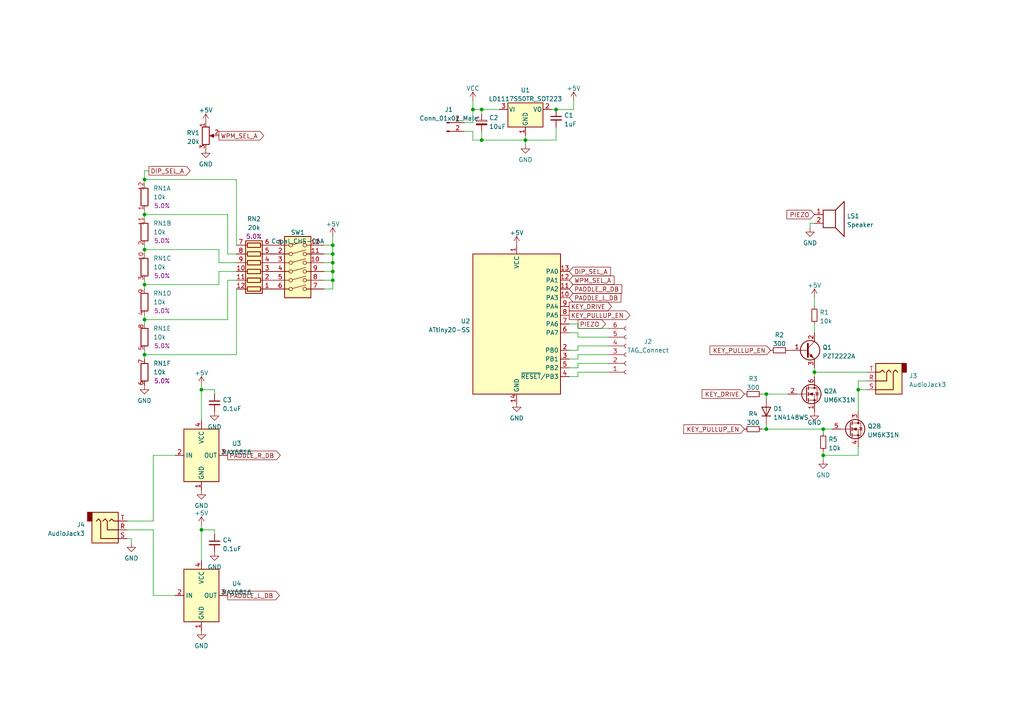
<source format=kicad_sch>
(kicad_sch (version 20211123) (generator eeschema)
  (paper "A4")
  (lib_symbols
    (symbol "Connector:AudioJack3"
      (property "Reference" "J" (at 0 8.89 0))
      (property "Value" "AudioJack3" (at 0 6.35 0))
      (symbol "AudioJack3_0_1"
        (rectangle (start -5.08 -5.08) (end -6.35 -2.54) (stroke (width 0.254)) (fill (type outline)))
        (polyline (pts (xy 0 -2.54) (xy 0.635 -3.175) (xy 1.27 -2.54) (xy 2.54 -2.54)) (stroke (width 0.254)))
        (polyline (pts (xy -1.905 -2.54) (xy -1.27 -3.175) (xy -0.635 -2.54) (xy -0.635 0) (xy 2.54 0)) (stroke (width 0.254)))
        (polyline (pts (xy 2.54 2.54) (xy -2.54 2.54) (xy -2.54 -2.54) (xy -3.175 -3.175) (xy -3.81 -2.54)) (stroke (width 0.254)))
        (rectangle (start 2.54 3.81) (end -5.08 -5.08) (stroke (width 0.254)) (fill (type background)))
      )
      (symbol "AudioJack3_1_1"
        (pin passive line (at 5.08 0 180) (length 2.54) (name "~") (number "R"))
        (pin passive line (at 5.08 2.54 180) (length 2.54) (name "~") (number "S"))
        (pin passive line (at 5.08 -2.54 180) (length 2.54) (name "~") (number "T"))
      )
    )
    (symbol "Connector:Conn_01x02_Male" (pin_names (offset 1.016) hide)
      (property "Reference" "J" (at 0 2.54 0))
      (property "Value" "Conn_01x02_Male" (at 0 -5.08 0))
      (symbol "Conn_01x02_Male_1_1"
        (polyline (pts (xy 1.27 -2.54) (xy 0.8636 -2.54)) (stroke (width 0.1524)))
        (polyline (pts (xy 1.27 0) (xy 0.8636 0)) (stroke (width 0.1524)))
        (rectangle (start 0.8636 -2.413) (end 0 -2.667) (stroke (width 0.1524)) (fill (type outline)))
        (rectangle (start 0.8636 0.127) (end 0 -0.127) (stroke (width 0.1524)) (fill (type outline)))
        (pin passive line (at 5.08 0 180) (length 3.81) (name "Pin_1") (number "1"))
        (pin passive line (at 5.08 -2.54 180) (length 3.81) (name "Pin_2") (number "2"))
      )
    )
    (symbol "Connector:Conn_01x06_Female" (pin_names (offset 1.016) hide)
      (property "Reference" "J" (at 0 7.62 0))
      (property "Value" "Conn_01x06_Female" (at 0 -10.16 0))
      (symbol "Conn_01x06_Female_1_1"
        (arc (start 0 -7.112) (mid -0.508 -7.62) (end 0 -8.128) (stroke (width 0.1524)))
        (arc (start 0 -4.572) (mid -0.508 -5.08) (end 0 -5.588) (stroke (width 0.1524)))
        (arc (start 0 -2.032) (mid -0.508 -2.54) (end 0 -3.048) (stroke (width 0.1524)))
        (polyline (pts (xy -1.27 -7.62) (xy -0.508 -7.62)) (stroke (width 0.1524)))
        (polyline (pts (xy -1.27 -5.08) (xy -0.508 -5.08)) (stroke (width 0.1524)))
        (polyline (pts (xy -1.27 -2.54) (xy -0.508 -2.54)) (stroke (width 0.1524)))
        (polyline (pts (xy -1.27 0) (xy -0.508 0)) (stroke (width 0.1524)))
        (polyline (pts (xy -1.27 2.54) (xy -0.508 2.54)) (stroke (width 0.1524)))
        (polyline (pts (xy -1.27 5.08) (xy -0.508 5.08)) (stroke (width 0.1524)))
        (arc (start 0 0.508) (mid -0.508 0) (end 0 -0.508) (stroke (width 0.1524)))
        (arc (start 0 3.048) (mid -0.508 2.54) (end 0 2.032) (stroke (width 0.1524)))
        (arc (start 0 5.588) (mid -0.508 5.08) (end 0 4.572) (stroke (width 0.1524)))
        (pin passive line (at -5.08 5.08 0) (length 3.81) (name "Pin_1") (number "1"))
        (pin passive line (at -5.08 2.54 0) (length 3.81) (name "Pin_2") (number "2"))
        (pin passive line (at -5.08 0 0) (length 3.81) (name "Pin_3") (number "3"))
        (pin passive line (at -5.08 -2.54 0) (length 3.81) (name "Pin_4") (number "4"))
        (pin passive line (at -5.08 -5.08 0) (length 3.81) (name "Pin_5") (number "5"))
        (pin passive line (at -5.08 -7.62 0) (length 3.81) (name "Pin_6") (number "6"))
      )
    )
    (symbol "Device:C_Polarized_Small" (pin_numbers hide) (pin_names (offset 0.254) hide)
      (property "Reference" "C" (at 0.254 1.778 0))
      (property "Value" "C_Polarized_Small" (at 0.254 -2.032 0))
      (symbol "C_Polarized_Small_0_1"
        (rectangle (start -1.524 -0.3048) (end 1.524 -0.6858) (fill (type outline)))
        (rectangle (start -1.524 0.6858) (end 1.524 0.3048))
        (polyline (pts (xy -1.27 1.524) (xy -0.762 1.524)))
        (polyline (pts (xy -1.016 1.27) (xy -1.016 1.778)))
      )
      (symbol "C_Polarized_Small_1_1"
        (pin passive line (at 0 2.54 270) (length 1.8542) (name "~") (number "1"))
        (pin passive line (at 0 -2.54 90) (length 1.8542) (name "~") (number "2"))
      )
    )
    (symbol "Device:C_Small" (pin_numbers hide) (pin_names (offset 0.254) hide)
      (property "Reference" "C" (at 0.254 1.778 0))
      (property "Value" "C_Small" (at 0.254 -2.032 0))
      (symbol "C_Small_0_1"
        (polyline (pts (xy -1.524 -0.508) (xy 1.524 -0.508)) (stroke (width 0.3302)))
        (polyline (pts (xy -1.524 0.508) (xy 1.524 0.508)) (stroke (width 0.3048)))
      )
      (symbol "C_Small_1_1"
        (pin passive line (at 0 2.54 270) (length 2.032) (name "~") (number "1"))
        (pin passive line (at 0 -2.54 90) (length 2.032) (name "~") (number "2"))
      )
    )
    (symbol "Device:Q_Dual_NMOS_G1S2G2D2S1D1" (pin_names (offset 0) hide)
      (property "Reference" "Q?" (at 5.207 0.8347 0))
      (property "Value" "Q_Dual_NMOS_G1S2G2D2S1D1" (at 5.207 -1.7022 0))
      (symbol "Q_Dual_NMOS_G1S2G2D2S1D1_0_1"
        (polyline (pts (xy 0.254 0) (xy -2.54 0)))
        (polyline (pts (xy 0.254 1.905) (xy 0.254 -1.905)) (stroke (width 0.254)))
        (polyline (pts (xy 0.762 -1.27) (xy 0.762 -2.286)) (stroke (width 0.254)))
        (polyline (pts (xy 0.762 0.508) (xy 0.762 -0.508)) (stroke (width 0.254)))
        (polyline (pts (xy 0.762 2.286) (xy 0.762 1.27)) (stroke (width 0.254)))
        (polyline (pts (xy 2.54 2.54) (xy 2.54 1.778)))
        (polyline (pts (xy 2.54 -2.54) (xy 2.54 0) (xy 0.762 0)))
        (polyline (pts (xy 0.762 -1.778) (xy 3.302 -1.778) (xy 3.302 1.778) (xy 0.762 1.778)))
        (polyline (pts (xy 1.016 0) (xy 2.032 0.381) (xy 2.032 -0.381) (xy 1.016 0)) (fill (type outline)))
        (polyline (pts (xy 2.794 0.508) (xy 2.921 0.381) (xy 3.683 0.381) (xy 3.81 0.254)))
        (polyline (pts (xy 3.302 0.381) (xy 2.921 -0.254) (xy 3.683 -0.254) (xy 3.302 0.381)))
        (circle (center 1.651 0) (radius 2.794) (stroke (width 0.254)))
        (circle (center 2.54 -1.778) (radius 0.254) (fill (type outline)))
        (circle (center 2.54 1.778) (radius 0.254) (fill (type outline)))
      )
      (symbol "Q_Dual_NMOS_G1S2G2D2S1D1_1_1"
        (pin input line (at -5.08 0 0) (length 2.54) (name "G") (number "1"))
        (pin passive line (at 2.54 -5.08 90) (length 2.54) (name "S") (number "5"))
        (pin passive line (at 2.54 5.08 270) (length 2.54) (name "D") (number "6"))
      )
      (symbol "Q_Dual_NMOS_G1S2G2D2S1D1_2_1"
        (pin passive line (at 2.54 5.08 270) (length 2.54) (name "D") (number "3"))
        (pin passive line (at 2.54 -5.08 90) (length 2.54) (name "S") (number "4"))
        (pin input line (at -5.08 0 0) (length 2.54) (name "G") (number "5"))
      )
    )
    (symbol "Device:R_Pack06" (pin_names (offset 0) hide)
      (property "Reference" "RN" (at -10.16 0 90))
      (property "Value" "R_Pack06" (at 7.62 0 90))
      (symbol "R_Pack06_0_1"
        (rectangle (start -8.89 -2.413) (end 6.35 2.413) (stroke (width 0.254)) (fill (type background)))
        (rectangle (start -8.255 1.905) (end -6.985 -1.905) (stroke (width 0.254)))
        (rectangle (start -5.715 1.905) (end -4.445 -1.905) (stroke (width 0.254)))
        (rectangle (start -3.175 1.905) (end -1.905 -1.905) (stroke (width 0.254)))
        (rectangle (start -0.635 1.905) (end 0.635 -1.905) (stroke (width 0.254)))
        (polyline (pts (xy -7.62 -2.54) (xy -7.62 -1.905)))
        (polyline (pts (xy -7.62 1.905) (xy -7.62 2.54)))
        (polyline (pts (xy -5.08 -2.54) (xy -5.08 -1.905)))
        (polyline (pts (xy -5.08 1.905) (xy -5.08 2.54)))
        (polyline (pts (xy -2.54 -2.54) (xy -2.54 -1.905)))
        (polyline (pts (xy -2.54 1.905) (xy -2.54 2.54)))
        (polyline (pts (xy 0 -2.54) (xy 0 -1.905)))
        (polyline (pts (xy 0 1.905) (xy 0 2.54)))
        (polyline (pts (xy 2.54 -2.54) (xy 2.54 -1.905)))
        (polyline (pts (xy 2.54 1.905) (xy 2.54 2.54)))
        (polyline (pts (xy 5.08 -2.54) (xy 5.08 -1.905)))
        (polyline (pts (xy 5.08 1.905) (xy 5.08 2.54)))
        (rectangle (start 1.905 1.905) (end 3.175 -1.905) (stroke (width 0.254)))
        (rectangle (start 4.445 1.905) (end 5.715 -1.905) (stroke (width 0.254)))
      )
      (symbol "R_Pack06_1_1"
        (pin passive line (at -7.62 -5.08 90) (length 2.54) (name "R1.1") (number "1"))
        (pin passive line (at -2.54 5.08 270) (length 2.54) (name "R3.2") (number "10"))
        (pin passive line (at -5.08 5.08 270) (length 2.54) (name "R2.2") (number "11"))
        (pin passive line (at -7.62 5.08 270) (length 2.54) (name "R1.2") (number "12"))
        (pin passive line (at -5.08 -5.08 90) (length 2.54) (name "R2.1") (number "2"))
        (pin passive line (at -2.54 -5.08 90) (length 2.54) (name "R3.1") (number "3"))
        (pin passive line (at 0 -5.08 90) (length 2.54) (name "R4.1") (number "4"))
        (pin passive line (at 2.54 -5.08 90) (length 2.54) (name "R5.1") (number "5"))
        (pin passive line (at 5.08 -5.08 90) (length 2.54) (name "R6.1") (number "6"))
        (pin passive line (at 5.08 5.08 270) (length 2.54) (name "R6.2") (number "7"))
        (pin passive line (at 2.54 5.08 270) (length 2.54) (name "R5.2") (number "8"))
        (pin passive line (at 0 5.08 270) (length 2.54) (name "R4.2") (number "9"))
      )
    )
    (symbol "Device:R_Pack06_Split" (pin_names (offset 0) hide)
      (property "Reference" "RN" (at 2.032 0 90))
      (property "Value" "R_Pack06_Split" (at 0 0 90))
      (symbol "R_Pack06_Split_0_1"
        (rectangle (start 1.016 2.54) (end -1.016 -2.54) (stroke (width 0.254)))
      )
      (symbol "R_Pack06_Split_1_1"
        (pin passive line (at 0 -3.81 90) (length 1.27) (name "R1.1") (number "1"))
        (pin passive line (at 0 3.81 270) (length 1.27) (name "R1.2") (number "12"))
      )
      (symbol "R_Pack06_Split_2_1"
        (pin passive line (at 0 3.81 270) (length 1.27) (name "R2.2") (number "11"))
        (pin passive line (at 0 -3.81 90) (length 1.27) (name "R2.1") (number "2"))
      )
      (symbol "R_Pack06_Split_3_1"
        (pin passive line (at 0 3.81 270) (length 1.27) (name "R3.2") (number "10"))
        (pin passive line (at 0 -3.81 90) (length 1.27) (name "R3.1") (number "3"))
      )
      (symbol "R_Pack06_Split_4_1"
        (pin passive line (at 0 -3.81 90) (length 1.27) (name "R4.1") (number "4"))
        (pin passive line (at 0 3.81 270) (length 1.27) (name "R4.2") (number "9"))
      )
      (symbol "R_Pack06_Split_5_1"
        (pin passive line (at 0 -3.81 90) (length 1.27) (name "R5.1") (number "5"))
        (pin passive line (at 0 3.81 270) (length 1.27) (name "R5.2") (number "8"))
      )
      (symbol "R_Pack06_Split_6_1"
        (pin passive line (at 0 -3.81 90) (length 1.27) (name "R6.1") (number "6"))
        (pin passive line (at 0 3.81 270) (length 1.27) (name "R6.2") (number "7"))
      )
    )
    (symbol "Device:R_Potentiometer" (pin_names (offset 1.016) hide)
      (property "Reference" "RV" (at -4.445 0 90))
      (property "Value" "R_Potentiometer" (at -2.54 0 90))
      (symbol "R_Potentiometer_0_1"
        (polyline (pts (xy 2.54 0) (xy 1.524 0)))
        (polyline (pts (xy 1.143 0) (xy 2.286 0.508) (xy 2.286 -0.508) (xy 1.143 0)) (fill (type outline)))
        (rectangle (start 1.016 2.54) (end -1.016 -2.54) (stroke (width 0.254)))
      )
      (symbol "R_Potentiometer_1_1"
        (pin passive line (at 0 3.81 270) (length 1.27) (name "1") (number "1"))
        (pin passive line (at 3.81 0 180) (length 1.27) (name "2") (number "2"))
        (pin passive line (at 0 -3.81 90) (length 1.27) (name "3") (number "3"))
      )
    )
    (symbol "Device:R_Small" (pin_numbers hide) (pin_names (offset 0.254) hide)
      (property "Reference" "R" (at 0.762 0.508 0))
      (property "Value" "R_Small" (at 0.762 -1.016 0))
      (symbol "R_Small_0_1"
        (rectangle (start -0.762 1.778) (end 0.762 -1.778) (stroke (width 0.2032)))
      )
      (symbol "R_Small_1_1"
        (pin passive line (at 0 2.54 270) (length 0.762) (name "~") (number "1"))
        (pin passive line (at 0 -2.54 90) (length 0.762) (name "~") (number "2"))
      )
    )
    (symbol "Device:Speaker" (pin_names (offset 0) hide)
      (property "Reference" "LS" (at 1.27 5.715 0))
      (property "Value" "Speaker" (at 1.27 3.81 0))
      (symbol "Speaker_0_0"
        (rectangle (start -2.54 1.27) (end 1.016 -3.81) (stroke (width 0.254)))
        (polyline (pts (xy 1.016 1.27) (xy 3.556 3.81) (xy 3.556 -6.35) (xy 1.016 -3.81)) (stroke (width 0.254)))
      )
      (symbol "Speaker_1_1"
        (pin input line (at -5.08 0 0) (length 2.54) (name "1") (number "1"))
        (pin input line (at -5.08 -2.54 0) (length 2.54) (name "2") (number "2"))
      )
    )
    (symbol "Diode:1N4148WS" (pin_numbers hide) (pin_names (offset 1.016) hide)
      (property "Reference" "D" (at 0 2.54 0))
      (property "Value" "1N4148WS" (at 0 -2.54 0))
      (symbol "1N4148WS_0_1"
        (polyline (pts (xy -1.27 1.27) (xy -1.27 -1.27)) (stroke (width 0.254)))
        (polyline (pts (xy 1.27 0) (xy -1.27 0)))
        (polyline (pts (xy 1.27 1.27) (xy 1.27 -1.27) (xy -1.27 0) (xy 1.27 1.27)) (stroke (width 0.254)))
      )
      (symbol "1N4148WS_1_1"
        (pin passive line (at -3.81 0 0) (length 2.54) (name "K") (number "1"))
        (pin passive line (at 3.81 0 180) (length 2.54) (name "A") (number "2"))
      )
    )
    (symbol "Interface:MAX6816"
      (property "Reference" "U" (at 2.54 8.89 0))
      (property "Value" "MAX6816" (at 5.08 -8.89 0))
      (symbol "MAX6816_0_1"
        (rectangle (start -5.08 7.62) (end 5.08 -7.62) (stroke (width 0.254)) (fill (type background)))
      )
      (symbol "MAX6816_1_1"
        (pin power_in line (at 0 -10.16 90) (length 2.54) (name "GND") (number "1"))
        (pin input line (at -7.62 0 0) (length 2.54) (name "IN") (number "2"))
        (pin output line (at 7.62 0 180) (length 2.54) (name "OUT") (number "3"))
        (pin power_in line (at 0 10.16 270) (length 2.54) (name "VCC") (number "4"))
      )
    )
    (symbol "MCU_Microchip_ATtiny:ATtiny20-SS"
      (property "Reference" "U" (at -12.7 21.59 0))
      (property "Value" "ATtiny20-SS" (at 2.54 -21.59 0))
      (symbol "ATtiny20-SS_0_1"
        (rectangle (start -12.7 -20.32) (end 12.7 20.32) (stroke (width 0.254)) (fill (type background)))
      )
      (symbol "ATtiny20-SS_1_1"
        (pin power_in line (at 0 22.86 270) (length 2.54) (name "VCC") (number "1"))
        (pin bidirectional line (at 15.24 7.62 180) (length 2.54) (name "PA3") (number "10"))
        (pin bidirectional line (at 15.24 10.16 180) (length 2.54) (name "PA2") (number "11"))
        (pin bidirectional line (at 15.24 12.7 180) (length 2.54) (name "PA1") (number "12"))
        (pin bidirectional line (at 15.24 15.24 180) (length 2.54) (name "PA0") (number "13"))
        (pin power_in line (at 0 -22.86 90) (length 2.54) (name "GND") (number "14"))
        (pin bidirectional line (at 15.24 -7.62 180) (length 2.54) (name "PB0") (number "2"))
        (pin bidirectional line (at 15.24 -10.16 180) (length 2.54) (name "PB1") (number "3"))
        (pin bidirectional line (at 15.24 -15.24 180) (length 2.54) (name "~{RESET}/PB3") (number "4"))
        (pin bidirectional line (at 15.24 -12.7 180) (length 2.54) (name "PB2") (number "5"))
        (pin bidirectional line (at 15.24 -2.54 180) (length 2.54) (name "PA7") (number "6"))
        (pin bidirectional line (at 15.24 0 180) (length 2.54) (name "PA6") (number "7"))
        (pin bidirectional line (at 15.24 2.54 180) (length 2.54) (name "PA5") (number "8"))
        (pin bidirectional line (at 15.24 5.08 180) (length 2.54) (name "PA4") (number "9"))
      )
    )
    (symbol "Q_Dual_NMOS_G1S2G2D2S1D1_1" (pin_names (offset 0) hide)
      (property "Reference" "Q?" (at 5.207 0.8347 0))
      (property "Value" "Q_Dual_NMOS_G1S2G2D2S1D1_1" (at 5.207 -1.7022 0))
      (symbol "Q_Dual_NMOS_G1S2G2D2S1D1_1_0_1"
        (polyline (pts (xy 0.254 0) (xy -2.54 0)))
        (polyline (pts (xy 0.254 1.905) (xy 0.254 -1.905)) (stroke (width 0.254)))
        (polyline (pts (xy 0.762 -1.27) (xy 0.762 -2.286)) (stroke (width 0.254)))
        (polyline (pts (xy 0.762 0.508) (xy 0.762 -0.508)) (stroke (width 0.254)))
        (polyline (pts (xy 0.762 2.286) (xy 0.762 1.27)) (stroke (width 0.254)))
        (polyline (pts (xy 2.54 2.54) (xy 2.54 1.778)))
        (polyline (pts (xy 2.54 -2.54) (xy 2.54 0) (xy 0.762 0)))
        (polyline (pts (xy 0.762 -1.778) (xy 3.302 -1.778) (xy 3.302 1.778) (xy 0.762 1.778)))
        (polyline (pts (xy 1.016 0) (xy 2.032 0.381) (xy 2.032 -0.381) (xy 1.016 0)) (fill (type outline)))
        (polyline (pts (xy 2.794 0.508) (xy 2.921 0.381) (xy 3.683 0.381) (xy 3.81 0.254)))
        (polyline (pts (xy 3.302 0.381) (xy 2.921 -0.254) (xy 3.683 -0.254) (xy 3.302 0.381)))
        (circle (center 1.651 0) (radius 2.794) (stroke (width 0.254)))
        (circle (center 2.54 -1.778) (radius 0.254) (fill (type outline)))
        (circle (center 2.54 1.778) (radius 0.254) (fill (type outline)))
      )
      (symbol "Q_Dual_NMOS_G1S2G2D2S1D1_1_1_1"
        (pin passive line (at 2.54 -5.08 90) (length 2.54) (name "S") (number "1"))
        (pin input line (at -5.08 0 0) (length 2.54) (name "G") (number "2"))
        (pin passive line (at 2.54 5.08 270) (length 2.54) (name "D") (number "6"))
      )
      (symbol "Q_Dual_NMOS_G1S2G2D2S1D1_1_2_1"
        (pin passive line (at 2.54 -5.08 90) (length 2.54) (name "S") (number "2"))
        (pin input line (at -5.08 0 0) (length 2.54) (name "G") (number "3"))
        (pin passive line (at 2.54 5.08 270) (length 2.54) (name "D") (number "4"))
      )
    )
    (symbol "Regulator_Linear:LD1117S50TR_SOT223" (pin_names (offset 0.254))
      (property "Reference" "U" (at -3.81 3.175 0))
      (property "Value" "LD1117S50TR_SOT223" (at 0 3.175 0))
      (symbol "LD1117S50TR_SOT223_0_1"
        (rectangle (start -5.08 -5.08) (end 5.08 1.905) (stroke (width 0.254)) (fill (type background)))
      )
      (symbol "LD1117S50TR_SOT223_1_1"
        (pin power_in line (at 0 -7.62 90) (length 2.54) (name "GND") (number "1"))
        (pin power_out line (at 7.62 0 180) (length 2.54) (name "VO") (number "2"))
        (pin power_in line (at -7.62 0 0) (length 2.54) (name "VI") (number "3"))
      )
    )
    (symbol "Switch:SW_DIP_x06" (pin_names (offset 0) hide)
      (property "Reference" "SW" (at 0 11.43 0))
      (property "Value" "SW_DIP_x06" (at 0 -8.89 0))
      (symbol "SW_DIP_x06_0_0"
        (circle (center -2.032 -5.08) (radius 0.508))
        (circle (center -2.032 -2.54) (radius 0.508))
        (circle (center -2.032 0) (radius 0.508))
        (circle (center -2.032 2.54) (radius 0.508))
        (circle (center -2.032 5.08) (radius 0.508))
        (circle (center -2.032 7.62) (radius 0.508))
        (polyline (pts (xy -1.524 -4.9276) (xy 2.3622 -3.8862)))
        (polyline (pts (xy -1.524 -2.3876) (xy 2.3622 -1.3462)))
        (polyline (pts (xy -1.524 0.127) (xy 2.3622 1.1684)))
        (polyline (pts (xy -1.524 2.667) (xy 2.3622 3.7084)))
        (polyline (pts (xy -1.524 5.207) (xy 2.3622 6.2484)))
        (polyline (pts (xy -1.524 7.747) (xy 2.3622 8.7884)))
        (circle (center 2.032 -5.08) (radius 0.508))
        (circle (center 2.032 -2.54) (radius 0.508))
        (circle (center 2.032 0) (radius 0.508))
        (circle (center 2.032 2.54) (radius 0.508))
        (circle (center 2.032 5.08) (radius 0.508))
        (circle (center 2.032 7.62) (radius 0.508))
      )
      (symbol "SW_DIP_x06_0_1"
        (rectangle (start -3.81 10.16) (end 3.81 -7.62) (stroke (width 0.254)) (fill (type background)))
      )
      (symbol "SW_DIP_x06_1_1"
        (pin passive line (at -7.62 7.62 0) (length 5.08) (name "~") (number "1"))
        (pin passive line (at 7.62 2.54 180) (length 5.08) (name "~") (number "10"))
        (pin passive line (at 7.62 5.08 180) (length 5.08) (name "~") (number "11"))
        (pin passive line (at 7.62 7.62 180) (length 5.08) (name "~") (number "12"))
        (pin passive line (at -7.62 5.08 0) (length 5.08) (name "~") (number "2"))
        (pin passive line (at -7.62 2.54 0) (length 5.08) (name "~") (number "3"))
        (pin passive line (at -7.62 0 0) (length 5.08) (name "~") (number "4"))
        (pin passive line (at -7.62 -2.54 0) (length 5.08) (name "~") (number "5"))
        (pin passive line (at -7.62 -5.08 0) (length 5.08) (name "~") (number "6"))
        (pin passive line (at 7.62 -5.08 180) (length 5.08) (name "~") (number "7"))
        (pin passive line (at 7.62 -2.54 180) (length 5.08) (name "~") (number "8"))
        (pin passive line (at 7.62 0 180) (length 5.08) (name "~") (number "9"))
      )
    )
    (symbol "Transistor_BJT:PZT2222A" (pin_names (offset 0) hide)
      (property "Reference" "Q" (at 5.08 1.905 0))
      (property "Value" "PZT2222A" (at 5.08 0 0))
      (symbol "PZT2222A_0_1"
        (polyline (pts (xy 0 0) (xy 0.635 0)))
        (polyline (pts (xy 2.54 -2.54) (xy 0.635 -0.635)))
        (polyline (pts (xy 2.54 2.54) (xy 0.635 0.635)))
        (polyline (pts (xy 0.635 1.905) (xy 0.635 -1.905) (xy 0.635 -1.905)) (stroke (width 0.508)))
        (polyline (pts (xy 2.286 -2.286) (xy 1.778 -1.778) (xy 1.778 -1.778)))
        (polyline (pts (xy 1.143 -1.651) (xy 1.651 -1.143) (xy 2.159 -2.159) (xy 1.143 -1.651) (xy 1.143 -1.651)) (fill (type outline)))
        (circle (center 1.27 0) (radius 2.8194) (stroke (width 0.254)))
      )
      (symbol "PZT2222A_1_1"
        (pin input line (at -5.08 0 0) (length 5.08) (name "B") (number "1"))
        (pin passive line (at 2.54 5.08 270) (length 2.54) (name "C") (number "2"))
        (pin passive line (at 2.54 -5.08 90) (length 2.54) (name "E") (number "3"))
      )
    )
    (symbol "power:+5V" (power) (pin_names (offset 0))
      (property "Value" "+5V" (at 0 3.556 0))
      (symbol "+5V_0_1"
        (polyline (pts (xy -0.762 1.27) (xy 0 2.54)))
        (polyline (pts (xy 0 0) (xy 0 2.54)))
        (polyline (pts (xy 0 2.54) (xy 0.762 1.27)))
      )
      (symbol "+5V_1_1"
        (pin power_in line (at 0 0 90) (length 0) hide (name "+5V") (number "1"))
      )
    )
    (symbol "power:GND" (power) (pin_names (offset 0))
      (property "Value" "GND" (at 0 -3.81 0))
      (symbol "GND_0_1"
        (polyline (pts (xy 0 0) (xy 0 -1.27) (xy 1.27 -1.27) (xy 0 -2.54) (xy -1.27 -1.27) (xy 0 -1.27)))
      )
      (symbol "GND_1_1"
        (pin power_in line (at 0 0 270) (length 0) hide (name "GND") (number "1"))
      )
    )
    (symbol "power:VCC" (power) (pin_names (offset 0))
      (property "Value" "VCC" (at 0 3.81 0))
      (symbol "VCC_0_1"
        (polyline (pts (xy -0.762 1.27) (xy 0 2.54)))
        (polyline (pts (xy 0 0) (xy 0 2.54)))
        (polyline (pts (xy 0 2.54) (xy 0.762 1.27)))
      )
      (symbol "VCC_1_1"
        (pin power_in line (at 0 0 90) (length 0) hide (name "VCC") (number "1"))
      )
    )
  )
  (junction (at 41.91 72.39))
  (junction (at 41.91 52.07))
  (junction (at 96.52 73.66))
  (junction (at 161.29 31.75))
  (junction (at 137.16 31.75))
  (junction (at 238.76 124.46))
  (junction (at 96.52 78.74))
  (junction (at 222.25 124.46))
  (junction (at 41.91 82.55))
  (junction (at 58.42 113.03))
  (junction (at 236.22 107.95))
  (junction (at 58.42 153.67))
  (junction (at 41.91 92.71))
  (junction (at 96.52 71.12))
  (junction (at 41.91 102.87))
  (junction (at 96.52 81.28))
  (junction (at 96.52 76.2))
  (junction (at 222.25 114.3))
  (junction (at 139.7 40.64))
  (junction (at 238.76 132.08))
  (junction (at 152.4 40.64))
  (junction (at 139.7 31.75))
  (junction (at 41.91 62.23))
  (junction (at 248.92 113.03))
  (wire (pts (xy 63.5 72.39) (xy 63.5 76.2)))
  (wire (pts (xy 167.64 97.79) (xy 176.53 97.79)))
  (wire (pts (xy 234.95 64.77) (xy 234.95 66.04)))
  (wire (pts (xy 96.52 81.28) (xy 93.98 81.28)))
  (wire (pts (xy 139.7 31.75) (xy 139.7 33.02)))
  (wire (pts (xy 41.91 91.44) (xy 41.91 92.71)))
  (wire (pts (xy 62.23 113.03) (xy 62.23 114.3)))
  (wire (pts (xy 152.4 40.64) (xy 152.4 39.37)))
  (wire (pts (xy 236.22 93.98) (xy 236.22 96.52)))
  (wire (pts (xy 238.76 124.46) (xy 238.76 125.73)))
  (wire (pts (xy 58.42 113.03) (xy 58.42 121.92)))
  (wire (pts (xy 50.8 132.08) (xy 44.45 132.08)))
  (wire (pts (xy 66.04 62.23) (xy 66.04 73.66)))
  (wire (pts (xy 152.4 40.64) (xy 161.29 40.64)))
  (wire (pts (xy 68.58 83.82) (xy 68.58 102.87)))
  (wire (pts (xy 236.22 106.68) (xy 236.22 107.95)))
  (wire (pts (xy 137.16 31.75) (xy 137.16 35.56)))
  (wire (pts (xy 44.45 151.13) (xy 36.83 151.13)))
  (wire (pts (xy 165.1 96.52) (xy 167.64 96.52)))
  (wire (pts (xy 41.91 49.53) (xy 43.18 49.53)))
  (wire (pts (xy 41.91 52.07) (xy 41.91 53.34)))
  (wire (pts (xy 248.92 113.03) (xy 248.92 119.38)))
  (wire (pts (xy 137.16 40.64) (xy 137.16 38.1)))
  (wire (pts (xy 167.64 100.33) (xy 176.53 100.33)))
  (wire (pts (xy 41.91 92.71) (xy 41.91 93.98)))
  (wire (pts (xy 38.1 156.21) (xy 38.1 157.48)))
  (wire (pts (xy 248.92 129.54) (xy 248.92 132.08)))
  (wire (pts (xy 93.98 83.82) (xy 96.52 83.82)))
  (wire (pts (xy 58.42 153.67) (xy 62.23 153.67)))
  (wire (pts (xy 167.64 102.87) (xy 176.53 102.87)))
  (wire (pts (xy 41.91 52.07) (xy 68.58 52.07)))
  (wire (pts (xy 222.25 124.46) (xy 238.76 124.46)))
  (wire (pts (xy 238.76 132.08) (xy 248.92 132.08)))
  (wire (pts (xy 165.1 93.98) (xy 167.64 93.98)))
  (wire (pts (xy 58.42 152.4) (xy 58.42 153.67)))
  (wire (pts (xy 251.46 110.49) (xy 248.92 110.49)))
  (wire (pts (xy 167.64 101.6) (xy 167.64 100.33)))
  (wire (pts (xy 167.64 93.98) (xy 167.64 95.25)))
  (wire (pts (xy 41.91 92.71) (xy 66.04 92.71)))
  (wire (pts (xy 137.16 31.75) (xy 139.7 31.75)))
  (wire (pts (xy 96.52 78.74) (xy 93.98 78.74)))
  (wire (pts (xy 36.83 156.21) (xy 38.1 156.21)))
  (wire (pts (xy 236.22 86.36) (xy 236.22 88.9)))
  (wire (pts (xy 251.46 113.03) (xy 248.92 113.03)))
  (wire (pts (xy 41.91 102.87) (xy 41.91 101.6)))
  (wire (pts (xy 93.98 71.12) (xy 96.52 71.12)))
  (wire (pts (xy 50.8 172.72) (xy 44.45 172.72)))
  (wire (pts (xy 248.92 110.49) (xy 248.92 113.03)))
  (wire (pts (xy 165.1 101.6) (xy 167.64 101.6)))
  (wire (pts (xy 220.98 114.3) (xy 222.25 114.3)))
  (wire (pts (xy 66.04 81.28) (xy 68.58 81.28)))
  (wire (pts (xy 44.45 172.72) (xy 44.45 153.67)))
  (wire (pts (xy 41.91 102.87) (xy 68.58 102.87)))
  (wire (pts (xy 167.64 95.25) (xy 176.53 95.25)))
  (wire (pts (xy 167.64 105.41) (xy 176.53 105.41)))
  (wire (pts (xy 139.7 31.75) (xy 144.78 31.75)))
  (wire (pts (xy 236.22 107.95) (xy 236.22 109.22)))
  (wire (pts (xy 41.91 81.28) (xy 41.91 82.55)))
  (wire (pts (xy 96.52 83.82) (xy 96.52 81.28)))
  (wire (pts (xy 41.91 72.39) (xy 41.91 73.66)))
  (wire (pts (xy 152.4 41.91) (xy 152.4 40.64)))
  (wire (pts (xy 63.5 78.74) (xy 68.58 78.74)))
  (wire (pts (xy 166.37 29.21) (xy 166.37 31.75)))
  (wire (pts (xy 167.64 96.52) (xy 167.64 97.79)))
  (wire (pts (xy 41.91 82.55) (xy 41.91 83.82)))
  (wire (pts (xy 238.76 132.08) (xy 238.76 133.35)))
  (wire (pts (xy 96.52 76.2) (xy 96.52 78.74)))
  (wire (pts (xy 165.1 109.22) (xy 167.64 109.22)))
  (wire (pts (xy 41.91 71.12) (xy 41.91 72.39)))
  (wire (pts (xy 44.45 153.67) (xy 36.83 153.67)))
  (wire (pts (xy 41.91 49.53) (xy 41.91 52.07)))
  (wire (pts (xy 161.29 40.64) (xy 161.29 36.83)))
  (wire (pts (xy 222.25 114.3) (xy 228.6 114.3)))
  (wire (pts (xy 96.52 78.74) (xy 96.52 81.28)))
  (wire (pts (xy 167.64 104.14) (xy 167.64 102.87)))
  (wire (pts (xy 165.1 104.14) (xy 167.64 104.14)))
  (wire (pts (xy 58.42 111.76) (xy 58.42 113.03)))
  (wire (pts (xy 238.76 132.08) (xy 238.76 130.81)))
  (wire (pts (xy 41.91 72.39) (xy 63.5 72.39)))
  (wire (pts (xy 167.64 107.95) (xy 176.53 107.95)))
  (wire (pts (xy 68.58 52.07) (xy 68.58 71.12)))
  (wire (pts (xy 41.91 60.96) (xy 41.91 62.23)))
  (wire (pts (xy 58.42 113.03) (xy 62.23 113.03)))
  (wire (pts (xy 139.7 40.64) (xy 152.4 40.64)))
  (wire (pts (xy 165.1 106.68) (xy 167.64 106.68)))
  (wire (pts (xy 63.5 76.2) (xy 68.58 76.2)))
  (wire (pts (xy 96.52 73.66) (xy 96.52 76.2)))
  (wire (pts (xy 222.25 114.3) (xy 222.25 115.57)))
  (wire (pts (xy 63.5 82.55) (xy 63.5 78.74)))
  (wire (pts (xy 41.91 62.23) (xy 66.04 62.23)))
  (wire (pts (xy 62.23 153.67) (xy 62.23 154.94)))
  (wire (pts (xy 222.25 123.19) (xy 222.25 124.46)))
  (wire (pts (xy 139.7 38.1) (xy 139.7 40.64)))
  (wire (pts (xy 41.91 62.23) (xy 41.91 63.5)))
  (wire (pts (xy 41.91 82.55) (xy 63.5 82.55)))
  (wire (pts (xy 66.04 92.71) (xy 66.04 81.28)))
  (wire (pts (xy 44.45 132.08) (xy 44.45 151.13)))
  (wire (pts (xy 58.42 153.67) (xy 58.42 162.56)))
  (wire (pts (xy 220.98 124.46) (xy 222.25 124.46)))
  (wire (pts (xy 137.16 29.21) (xy 137.16 31.75)))
  (wire (pts (xy 238.76 124.46) (xy 241.3 124.46)))
  (wire (pts (xy 161.29 31.75) (xy 160.02 31.75)))
  (wire (pts (xy 96.52 76.2) (xy 93.98 76.2)))
  (wire (pts (xy 134.62 35.56) (xy 137.16 35.56)))
  (wire (pts (xy 167.64 109.22) (xy 167.64 107.95)))
  (wire (pts (xy 41.91 104.14) (xy 41.91 102.87)))
  (wire (pts (xy 167.64 106.68) (xy 167.64 105.41)))
  (wire (pts (xy 137.16 40.64) (xy 139.7 40.64)))
  (wire (pts (xy 236.22 107.95) (xy 251.46 107.95)))
  (wire (pts (xy 236.22 64.77) (xy 234.95 64.77)))
  (wire (pts (xy 166.37 31.75) (xy 161.29 31.75)))
  (wire (pts (xy 96.52 73.66) (xy 93.98 73.66)))
  (wire (pts (xy 96.52 68.58) (xy 96.52 71.12)))
  (wire (pts (xy 137.16 38.1) (xy 134.62 38.1)))
  (wire (pts (xy 96.52 71.12) (xy 96.52 73.66)))
  (wire (pts (xy 66.04 73.66) (xy 68.58 73.66)))
  (global_label "PIEZO" (shape input) (at 236.22 62.23 180) (property "Intersheet References" "${INTERSHEET_REFS}" (effects hide)))
  (global_label "PADDLE_R_DB" (shape input) (at 165.1 83.82 0) (property "Intersheet References" "${INTERSHEET_REFS}" (effects hide)))
  (global_label "KEY_DRIVE" (shape input) (at 215.9 114.3 180) (property "Intersheet References" "${INTERSHEET_REFS}" (effects hide)))
  (global_label "PADDLE_L_DB" (shape output) (at 66.04 172.72 0) (property "Intersheet References" "${INTERSHEET_REFS}" (effects hide)))
  (global_label "KEY_DRIVE" (shape output) (at 165.1 88.9 0) (property "Intersheet References" "${INTERSHEET_REFS}" (effects hide)))
  (global_label "PIEZO" (shape output) (at 167.64 93.98 0) (property "Intersheet References" "${INTERSHEET_REFS}" (effects hide)))
  (global_label "KEY_PULLUP_EN" (shape output) (at 165.1 91.44 0) (property "Intersheet References" "${INTERSHEET_REFS}" (effects hide)))
  (global_label "WPM_SEL_A" (shape output) (at 63.5 39.37 0) (property "Intersheet References" "${INTERSHEET_REFS}" (effects hide)))
  (global_label "WPM_SEL_A" (shape input) (at 165.1 81.28 0) (property "Intersheet References" "${INTERSHEET_REFS}" (effects hide)))
  (global_label "KEY_PULLUP_EN" (shape input) (at 215.9 124.46 180) (property "Intersheet References" "${INTERSHEET_REFS}" (effects hide)))
  (global_label "PADDLE_L_DB" (shape input) (at 165.1 86.36 0) (property "Intersheet References" "${INTERSHEET_REFS}" (effects hide)))
  (global_label "KEY_PULLUP_EN" (shape input) (at 223.52 101.6 180) (property "Intersheet References" "${INTERSHEET_REFS}" (effects hide)))
  (global_label "DIP_SEL_A" (shape output) (at 43.18 49.53 0) (property "Intersheet References" "${INTERSHEET_REFS}" (effects hide)))
  (global_label "PADDLE_R_DB" (shape output) (at 66.04 132.08 0) (property "Intersheet References" "${INTERSHEET_REFS}" (effects hide)))
  (global_label "DIP_SEL_A" (shape input) (at 165.1 78.74 0) (property "Intersheet References" "${INTERSHEET_REFS}" (effects hide)))
  (symbol (lib_id "Connector:AudioJack3") (at 256.54 110.49 180) (unit 1)
    (property "Reference" "J3" (at 263.652 109.0203 0) (effects (justify right)))
    (property "Value" "AudioJack3" (at 263.652 111.5572 0) (effects (justify right)))
    (property "Footprint" "Connector_Audio:Jack_3.5mm_CUI_SJ1-3525N_Horizontal" (effects hide))
  )
  (symbol (lib_id "Switch:SW_DIP_x06") (at 86.36 78.74 0) (unit 1)
    (property "Reference" "SW1" (at 86.36 67.4202 0))
    (property "Value" "Copal_CHS-06A" (at 86.36 69.9571 0))
    (property "Footprint" "Button_Switch_SMD:SW_DIP_SPSTx06_Slide_Copal_CHS-06A_W5.08mm_P1.27mm_JPin" (effects hide))
  )
  (symbol (lib_id "Device:R_Pack06") (at 73.66 76.2 90) (unit 1)
    (property "Reference" "RN2" (at 73.66 63.5 90))
    (property "Value" "20k" (at 73.66 66.04 90))
    (property "Footprint" "Resistor_SMD:R_Array_Concave_4x0603" (effects hide))
    (property "Tolerance" "5.0%" (at 73.66 68.58 90))
    (property "Part" "CAT16A-203J6LF" (effects hide))
  )
  (symbol (lib_id "power:GND") (at 234.95 66.04 0) (unit 1)
    (property "Reference" "#PWR06" (effects hide))
    (property "Value" "GND" (at 234.95 70.4834 0))
  )
  (symbol (lib_id "Device:R_Pack06_Split") (at 41.91 87.63 0) (unit 4)
    (property "Reference" "RN1" (at 44.45 85.09 0) (effects (justify left)))
    (property "Value" "10k" (at 44.45 87.63 0) (effects (justify left)))
    (property "Footprint" "Resistor_SMD:R_Array_Concave_4x0603" (effects hide))
    (property "Tolerance" "5.0%" (at 46.99 90.17 0))
    (property "Part" "CAT16A-103J6LF" (effects hide))
  )
  (symbol (lib_id "power:GND") (at 236.22 119.38 0) (unit 1)
    (property "Reference" "#PWR014" (effects hide))
    (property "Value" "GND" (at 236.22 122.5534 0))
  )
  (symbol (lib_id "Device:Q_Dual_NMOS_G1S2G2D2S1D1") (at 246.38 124.46 0) (unit 2)
    (property "Reference" "Q2" (at 251.587 123.6253 0) (effects (justify left)))
    (property "Value" "UM6K31N" (at 251.587 126.1622 0) (effects (justify left)))
    (property "Footprint" "Package_TO_SOT_SMD:SOT-363_SC-70-6" (effects hide))
  )
  (symbol (lib_id "power:GND") (at 59.69 43.18 0) (unit 1)
    (property "Reference" "#PWR05" (effects hide))
    (property "Value" "GND" (at 59.69 47.6234 0))
  )
  (symbol (lib_id "Interface:MAX6816") (at 58.42 172.72 0) (unit 1)
    (property "Reference" "U4" (at 68.6352 169.2616 0))
    (property "Value" "MAX6816" (at 68.6352 171.7985 0))
    (property "Footprint" "Package_TO_SOT_SMD:SOT-143" (effects hide))
    (property "Datasheet" "https://datasheets.maximintegrated.com/en/ds/1896.pdf" (effects hide))
  )
  (symbol (lib_id "power:GND") (at 58.42 182.88 0) (unit 1)
    (property "Reference" "#PWR020" (effects hide))
    (property "Value" "GND" (at 58.42 187.3234 0))
  )
  (symbol (lib_id "Device:C_Polarized_Small") (at 139.7 35.56 0) (unit 1)
    (property "Reference" "C2" (at 141.859 34.1792 0) (effects (justify left)))
    (property "Value" "10uF" (at 141.859 36.7161 0) (effects (justify left)))
    (property "Footprint" "Capacitor_SMD:CP_Elec_5x3" (effects hide))
  )
  (symbol (lib_id "Device:R_Potentiometer") (at 59.69 39.37 0) (unit 1)
    (property "Reference" "RV1" (at 57.9121 38.5353 0) (effects (justify right)))
    (property "Value" "20k" (at 57.9121 41.0722 0) (effects (justify right)))
    (property "Footprint" "Potentiometer_SMD:Potentiometer_Bourns_3314G_Vertical" (effects hide))
    (property "Part" "3314G-2-203E" (effects hide))
  )
  (symbol (lib_id "power:+5V") (at 166.37 29.21 0) (unit 1)
    (property "Reference" "#PWR02" (effects hide))
    (property "Value" "+5V" (at 166.37 25.6342 0))
  )
  (symbol (lib_id "Connector:Conn_01x06_Female") (at 181.61 102.87 0) (mirror x) (unit 1)
    (property "Reference" "J2" (at 187.96 99.06 0))
    (property "Value" "TAG_Connect" (at 187.96 101.6 0))
    (property "Footprint" "Connector:Tag-Connect_TC2030-IDC-NL_2x03_P1.27mm_Vertical" (effects hide))
  )
  (symbol (lib_id "Device:R_Small") (at 236.22 91.44 0) (unit 1)
    (property "Reference" "R1" (at 237.7186 90.6053 0) (effects (justify left)))
    (property "Value" "10k" (at 237.7186 93.1422 0) (effects (justify left)))
    (property "Footprint" "Resistor_SMD:R_0603_1608Metric" (effects hide))
  )
  (symbol (lib_id "power:GND") (at 38.1 157.48 0) (unit 1)
    (property "Reference" "#PWR018" (effects hide))
    (property "Value" "GND" (at 38.1 161.9234 0))
  )
  (symbol (lib_id "Device:R_Pack06_Split") (at 41.91 57.15 0) (unit 1)
    (property "Reference" "RN1" (at 44.45 54.61 0) (effects (justify left)))
    (property "Value" "10k" (at 44.45 57.15 0) (effects (justify left)))
    (property "Footprint" "Resistor_SMD:R_Array_Concave_4x0603" (effects hide))
    (property "Tolerance" "5.0%" (at 46.99 59.69 0))
    (property "Part" "CAT16A-103J6LF" (effects hide))
  )
  (symbol (lib_id "power:+5V") (at 58.42 152.4 0) (unit 1)
    (property "Reference" "#PWR017" (effects hide))
    (property "Value" "+5V" (at 58.42 148.8242 0))
  )
  (symbol (lib_id "Device:R_Pack06_Split") (at 41.91 77.47 0) (unit 3)
    (property "Reference" "RN1" (at 44.45 74.93 0) (effects (justify left)))
    (property "Value" "10k" (at 44.45 77.47 0) (effects (justify left)))
    (property "Footprint" "Resistor_SMD:R_Array_Concave_4x0603" (effects hide))
    (property "Tolerance" "5.0%" (at 46.99 80.01 0))
    (property "Part" "CAT16A-103J6LF" (effects hide))
  )
  (symbol (lib_id "Device:R_Small") (at 218.44 124.46 90) (unit 1)
    (property "Reference" "R4" (at 218.44 120.0236 90))
    (property "Value" "300" (at 218.44 122.5605 90))
    (property "Footprint" "Resistor_SMD:R_0603_1608Metric" (effects hide))
  )
  (symbol (lib_id "Device:R_Small") (at 226.06 101.6 90) (unit 1)
    (property "Reference" "R2" (at 226.06 97.1636 90))
    (property "Value" "300" (at 226.06 99.7005 90))
    (property "Footprint" "Resistor_SMD:R_0603_1608Metric" (effects hide))
  )
  (symbol (lib_id "power:GND") (at 62.23 160.02 0) (unit 1)
    (property "Reference" "#PWR019" (effects hide))
    (property "Value" "GND" (at 62.23 164.4634 0))
  )
  (symbol (lib_id "power:+5V") (at 58.42 111.76 0) (unit 1)
    (property "Reference" "#PWR011" (effects hide))
    (property "Value" "+5V" (at 58.42 108.1842 0))
  )
  (symbol (lib_id "power:+5V") (at 96.52 68.58 0) (unit 1)
    (property "Reference" "#PWR07" (effects hide))
    (property "Value" "+5V" (at 96.52 65.0042 0))
  )
  (symbol (lib_name "Q_Dual_NMOS_G1S2G2D2S1D1_1") (lib_id "Device:Q_Dual_NMOS_G1S2G2D2S1D1") (at 233.68 114.3 0) (unit 1)
    (property "Reference" "Q2" (at 238.887 113.4653 0) (effects (justify left)))
    (property "Value" "UM6K31N" (at 238.887 116.0022 0) (effects (justify left)))
    (property "Footprint" "Package_TO_SOT_SMD:SOT-363_SC-70-6" (effects hide))
  )
  (symbol (lib_id "Interface:MAX6816") (at 58.42 132.08 0) (unit 1)
    (property "Reference" "U3" (at 68.6352 128.6216 0))
    (property "Value" "MAX6816" (at 68.6352 131.1585 0))
    (property "Footprint" "Package_TO_SOT_SMD:SOT-143" (effects hide))
    (property "Datasheet" "https://datasheets.maximintegrated.com/en/ds/1896.pdf" (effects hide))
  )
  (symbol (lib_id "power:GND") (at 58.42 142.24 0) (unit 1)
    (property "Reference" "#PWR016" (effects hide))
    (property "Value" "GND" (at 58.42 146.6834 0))
  )
  (symbol (lib_id "power:+5V") (at 236.22 86.36 0) (unit 1)
    (property "Reference" "#PWR09" (effects hide))
    (property "Value" "+5V" (at 236.22 82.7842 0))
  )
  (symbol (lib_id "power:GND") (at 149.86 116.84 0) (unit 1)
    (property "Reference" "#PWR012" (effects hide))
    (property "Value" "GND" (at 149.86 121.2834 0))
  )
  (symbol (lib_id "Device:R_Small") (at 218.44 114.3 90) (unit 1)
    (property "Reference" "R3" (at 218.44 109.8636 90))
    (property "Value" "300" (at 218.44 112.4005 90))
    (property "Footprint" "Resistor_SMD:R_0603_1608Metric" (effects hide))
  )
  (symbol (lib_id "power:GND") (at 238.76 133.35 0) (unit 1)
    (property "Reference" "#PWR015" (effects hide))
    (property "Value" "GND" (at 238.76 137.7934 0))
  )
  (symbol (lib_id "power:GND") (at 62.23 119.38 0) (unit 1)
    (property "Reference" "#PWR013" (effects hide))
    (property "Value" "GND" (at 62.23 123.8234 0))
  )
  (symbol (lib_id "Device:R_Pack06_Split") (at 41.91 107.95 0) (unit 6)
    (property "Reference" "RN1" (at 44.45 105.41 0) (effects (justify left)))
    (property "Value" "10k" (at 44.45 107.95 0) (effects (justify left)))
    (property "Footprint" "Resistor_SMD:R_Array_Concave_4x0603" (effects hide))
    (property "Tolerance" "5.0%" (at 46.99 110.49 0))
    (property "Part" "CAT16A-103J6LF" (effects hide))
  )
  (symbol (lib_id "Transistor_BJT:PZT2222A") (at 233.68 101.6 0) (unit 1)
    (property "Reference" "Q1" (at 238.5314 100.7653 0) (effects (justify left)))
    (property "Value" "PZT2222A" (at 238.5314 103.3022 0) (effects (justify left)))
    (property "Footprint" "Package_TO_SOT_SMD:SOT-223-3_TabPin2" (effects hide))
    (property "Datasheet" "https://www.onsemi.com/pub/Collateral/PN2222-D.PDF" (effects hide))
  )
  (symbol (lib_id "power:+5V") (at 149.86 71.12 0) (unit 1)
    (property "Reference" "#PWR08" (effects hide))
    (property "Value" "+5V" (at 149.86 67.5442 0))
  )
  (symbol (lib_id "power:GND") (at 152.4 41.91 0) (unit 1)
    (property "Reference" "#PWR04" (effects hide))
    (property "Value" "GND" (at 152.4 46.3534 0))
  )
  (symbol (lib_id "power:VCC") (at 137.16 29.21 0) (unit 1)
    (property "Reference" "#PWR01" (effects hide))
    (property "Value" "VCC" (at 137.16 25.6342 0))
  )
  (symbol (lib_id "power:GND") (at 41.91 111.76 0) (unit 1)
    (property "Reference" "#PWR010" (effects hide))
    (property "Value" "GND" (at 41.91 116.2034 0))
  )
  (symbol (lib_id "Device:C_Small") (at 161.29 34.29 0) (unit 1)
    (property "Reference" "C1" (at 163.6141 33.4616 0) (effects (justify left)))
    (property "Value" "1uF" (at 163.6141 35.9985 0) (effects (justify left)))
    (property "Footprint" "Capacitor_SMD:C_0603_1608Metric" (effects hide))
  )
  (symbol (lib_id "power:+5V") (at 59.69 35.56 0) (unit 1)
    (property "Reference" "#PWR03" (effects hide))
    (property "Value" "+5V" (at 59.69 31.9842 0))
  )
  (symbol (lib_id "Device:R_Pack06_Split") (at 41.91 67.31 0) (unit 2)
    (property "Reference" "RN1" (at 44.45 64.77 0) (effects (justify left)))
    (property "Value" "10k" (at 44.45 67.31 0) (effects (justify left)))
    (property "Footprint" "Resistor_SMD:R_Array_Concave_4x0603" (effects hide))
    (property "Tolerance" "5.0%" (at 46.99 69.85 0))
    (property "Part" "CAT16A-103J6LF" (effects hide))
  )
  (symbol (lib_id "MCU_Microchip_ATtiny:ATtiny20-SS") (at 149.86 93.98 0) (unit 1)
    (property "Reference" "U2" (at 136.398 93.1453 0) (effects (justify right)))
    (property "Value" "ATtiny20-SS" (at 136.398 95.6822 0) (effects (justify right)))
    (property "Footprint" "Package_SO:SOIC-14_3.9x8.7mm_P1.27mm" (effects hide))
    (property "Datasheet" "http://ww1.microchip.com/downloads/en/DeviceDoc/atmel-8235-8-bit-avr-microcontroller-attiny20_datasheet.pdf" (effects hide))
  )
  (symbol (lib_id "Device:R_Pack06_Split") (at 41.91 97.79 0) (unit 5)
    (property "Reference" "RN1" (at 44.45 95.25 0) (effects (justify left)))
    (property "Value" "10k" (at 44.45 97.79 0) (effects (justify left)))
    (property "Footprint" "Resistor_SMD:R_Array_Concave_4x0603" (effects hide))
    (property "Tolerance" "5.0%" (at 46.99 100.33 0))
    (property "Part" "CAT16A-103J6LF" (effects hide))
  )
  (symbol (lib_id "Device:C_Small") (at 62.23 157.48 0) (unit 1)
    (property "Reference" "C4" (at 64.5541 156.6516 0) (effects (justify left)))
    (property "Value" "0.1uF" (at 64.5541 159.1885 0) (effects (justify left)))
    (property "Footprint" "Capacitor_SMD:C_0603_1608Metric" (effects hide))
  )
  (symbol (lib_id "Connector:Conn_01x02_Male") (at 129.54 35.56 0) (unit 1)
    (property "Reference" "J1" (at 130.175 31.784 0))
    (property "Value" "Conn_01x02_Male" (at 130.175 34.3209 0))
    (property "Footprint" "Connector_PinHeader_2.54mm:PinHeader_1x02_P2.54mm_Vertical" (effects hide))
  )
  (symbol (lib_id "Diode:1N4148WS") (at 222.25 119.38 90) (unit 1)
    (property "Reference" "D1" (at 224.282 118.5453 90) (effects (justify right)))
    (property "Value" "1N4148WS" (at 224.282 121.0822 90) (effects (justify right)))
    (property "Footprint" "Diode_SMD:D_SOD-323" (effects hide))
    (property "Datasheet" "https://www.vishay.com/docs/85751/1n4148ws.pdf" (effects hide))
  )
  (symbol (lib_id "Device:R_Small") (at 238.76 128.27 0) (unit 1)
    (property "Reference" "R5" (at 240.2586 127.4353 0) (effects (justify left)))
    (property "Value" "10k" (at 240.2586 129.9722 0) (effects (justify left)))
    (property "Footprint" "Resistor_SMD:R_0603_1608Metric" (effects hide))
  )
  (symbol (lib_id "Connector:AudioJack3") (at 31.75 153.67 0) (mirror x) (unit 1)
    (property "Reference" "J4" (at 24.6381 152.2003 0) (effects (justify right)))
    (property "Value" "AudioJack3" (at 24.6381 154.7372 0) (effects (justify right)))
    (property "Footprint" "Connector_Audio:Jack_3.5mm_CUI_SJ1-3525N_Horizontal" (effects hide))
  )
  (symbol (lib_id "Device:C_Small") (at 62.23 116.84 0) (unit 1)
    (property "Reference" "C3" (at 64.5541 116.0116 0) (effects (justify left)))
    (property "Value" "0.1uF" (at 64.5541 118.5485 0) (effects (justify left)))
    (property "Footprint" "Capacitor_SMD:C_0603_1608Metric" (effects hide))
  )
  (symbol (lib_id "Regulator_Linear:LD1117S50TR_SOT223") (at 152.4 31.75 0) (unit 1)
    (property "Reference" "U1" (at 152.4 26.1452 0))
    (property "Value" "LD1117S50TR_SOT223" (at 152.4 28.6821 0))
    (property "Footprint" "Package_TO_SOT_SMD:SOT-223-3_TabPin2" (effects hide))
    (property "Datasheet" "http://www.st.com/st-web-ui/static/active/en/resource/technical/document/datasheet/CD00000544.pdf" (effects hide))
  )
  (symbol (lib_id "Device:Speaker") (at 241.3 62.23 0) (unit 1)
    (property "Reference" "LS1" (at 245.618 62.6653 0) (effects (justify left)))
    (property "Value" "Speaker" (at 245.618 65.2022 0) (effects (justify left)))
    (property "Footprint" "Buzzer_Beeper:Buzzer_Murata_PKMCS0909E" (effects hide))
  )
)
</source>
